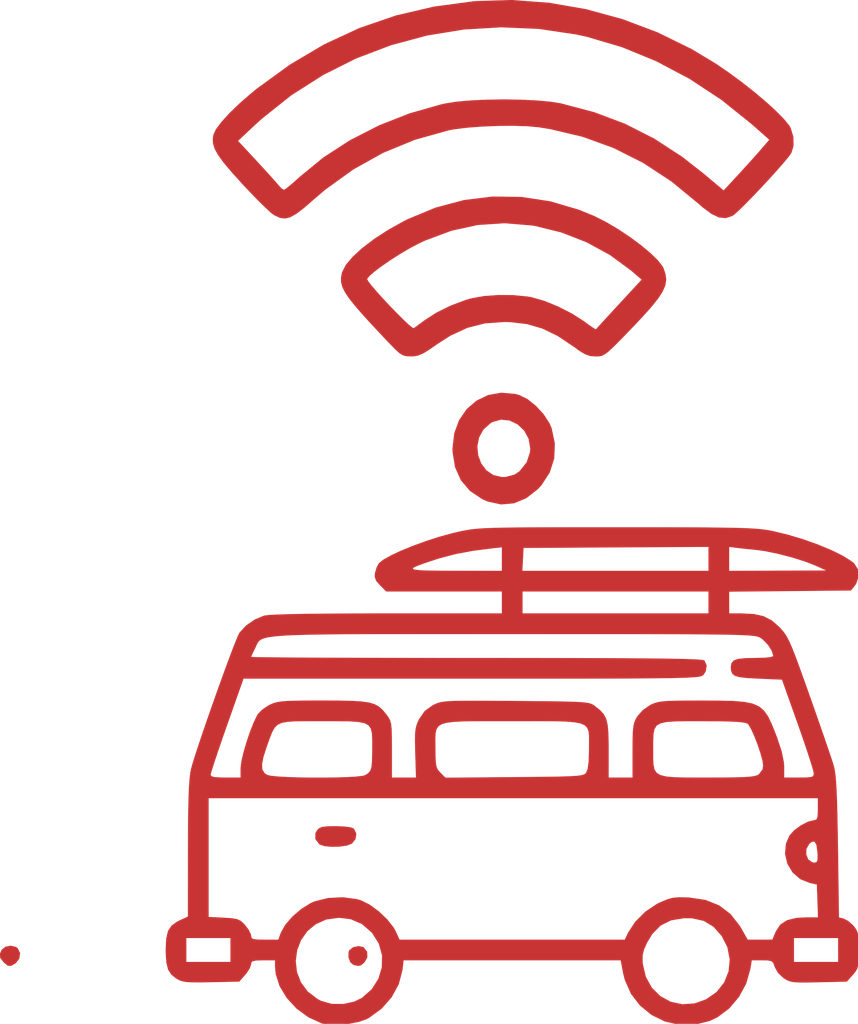
<source format=kicad_pcb>

(kicad_pcb (version 4) (host pcbnew 4.0.7)

	(general
		(links 0)
		(no_connects 0)
		(area 77.052499 41.877835 92.193313 53.630501)
		(thickness 1.6)
		(drawings 8)
		(tracks 0)
		(zones 0)
		(modules 1)
		(nets 1)
	)

	(page A4)
	(layers
		(0 F.Cu signal)
		(31 B.Cu signal)
		(32 B.Adhes user)
		(33 F.Adhes user)
		(34 B.Paste user)
		(35 F.Paste user)
		(36 B.SilkS user)
		(37 F.SilkS user)
		(38 B.Mask user)
		(39 F.Mask user)
		(40 Dwgs.User user)
		(41 Cmts.User user)
		(42 Eco1.User user)
		(43 Eco2.User user)
		(44 Edge.Cuts user)
		(45 Margin user)
		(46 B.CrtYd user)
		(47 F.CrtYd user)
		(48 B.Fab user)
		(49 F.Fab user)
	)

	(setup
		(last_trace_width 0.25)
		(trace_clearance 0.2)
		(zone_clearance 0.508)
		(zone_45_only no)
		(trace_min 0.2)
		(segment_width 0.2)
		(edge_width 0.15)
		(via_size 0.6)
		(via_drill 0.4)
		(via_min_size 0.4)
		(via_min_drill 0.3)
		(uvia_size 0.3)
		(uvia_drill 0.1)
		(uvias_allowed no)
		(uvia_min_size 0.2)
		(uvia_min_drill 0.1)
		(pcb_text_width 0.3)
		(pcb_text_size 1.5 1.5)
		(mod_edge_width 0.15)
		(mod_text_size 1 1)
		(mod_text_width 0.15)
		(pad_size 1.524 1.524)
		(pad_drill 0.762)
		(pad_to_mask_clearance 0.2)
		(aux_axis_origin 0 0)
		(visible_elements FFFFFF7F)
		(pcbplotparams
			(layerselection 0x010f0_80000001)
			(usegerberextensions false)
			(excludeedgelayer true)
			(linewidth 0.100000)
			(plotframeref false)
			(viasonmask false)
			(mode 1)
			(useauxorigin false)
			(hpglpennumber 1)
			(hpglpenspeed 20)
			(hpglpendiameter 15)
			(hpglpenoverlay 2)
			(psnegative false)
			(psa4output false)
			(plotreference true)
			(plotvalue true)
			(plotinvisibletext false)
			(padsonsilk false)
			(subtractmaskfromsilk false)
			(outputformat 1)
			(mirror false)
			(drillshape 1)
			(scaleselection 1)
			(outputdirectory gerbers/))
	)

	(net 0 "")

	(net_class Default "This is the default net class."
		(clearance 0.2)
		(trace_width 0.25)
		(via_dia 0.6)
		(via_drill 0.4)
		(uvia_dia 0.3)
		(uvia_drill 0.1)
	)
(module LOGO (layer F.Cu)
  (at 0 0)
 (fp_text reference "G***" (at 0 0) (layer F.SilkS) hide
  (effects (font (thickness 0.3)))
  )
  (fp_text value "LOGO" (at 0.75 0) (layer F.SilkS) hide
  (effects (font (thickness 0.3)))
  )
  (fp_poly (pts (xy 2.794635 1.037450) (xy 3.288807 1.038028) (xy 3.711716 1.039200) (xy 4.070066 1.041122) (xy 4.370556 1.043949) (xy 4.619891 1.047835) (xy 4.824771 1.052935) (xy 4.991899 1.059403)
     (xy 5.127976 1.067395) (xy 5.239705 1.077066) (xy 5.333787 1.088569) (xy 5.416925 1.102060) (xy 5.469881 1.112296) (xy 5.788147 1.187965) (xy 6.111923 1.284300) (xy 6.424765 1.394808)
     (xy 6.710225 1.512994) (xy 6.951859 1.632367) (xy 7.133219 1.746431) (xy 7.186083 1.789922) (xy 7.263287 1.913256) (xy 7.277291 2.063839) (xy 7.227151 2.211540) (xy 7.200456 2.249560)
     (xy 7.119578 2.349500) (xy 5.845789 2.361864) (xy 4.572000 2.374229) (xy 4.572000 2.836333) (xy 4.836583 2.836569) (xy 5.095192 2.849931) (xy 5.296105 2.895289) (xy 5.463022 2.981336)
     (xy 5.619644 3.116772) (xy 5.630333 3.127804) (xy 5.685710 3.188057) (xy 5.734760 3.250447) (xy 5.781769 3.324744) (xy 5.831023 3.420717) (xy 5.886810 3.548135) (xy 5.953417 3.716768)
     (xy 6.035129 3.936387) (xy 6.136235 4.216760) (xy 6.256385 4.554586) (xy 6.368487 4.872142) (xy 6.474355 5.174653) (xy 6.569802 5.449947) (xy 6.650637 5.685852) (xy 6.712670 5.870197)
     (xy 6.751713 5.990808) (xy 6.758563 6.013592) (xy 6.777729 6.096427) (xy 6.793751 6.206198) (xy 6.807082 6.351695) (xy 6.818175 6.541705) (xy 6.827484 6.785019) (xy 6.835462 7.090423)
     (xy 6.842564 7.466708) (xy 6.846383 7.715646) (xy 6.867580 9.187125) (xy 6.968748 9.212516) (xy 7.063025 9.261455) (xy 7.162326 9.348403) (xy 7.175624 9.363535) (xy 7.227034 9.432808)
     (xy 7.258506 9.506108) (xy 7.274821 9.606165) (xy 7.280759 9.755709) (xy 7.281333 9.866247) (xy 7.279556 10.049405) (xy 7.270550 10.170935) (xy 7.248802 10.253856) (xy 7.208798 10.321189)
     (xy 7.157911 10.381582) (xy 7.034490 10.519833) (xy 6.448828 10.533390) (xy 6.213309 10.538021) (xy 6.045705 10.537881) (xy 5.929313 10.531021) (xy 5.847427 10.515494) (xy 5.783344 10.489351)
     (xy 5.720359 10.450644) (xy 5.716364 10.447957) (xy 5.595910 10.334323) (xy 5.530323 10.212150) (xy 5.502242 10.132438) (xy 5.460632 10.091847) (xy 5.380256 10.077208) (xy 5.268097 10.075333)
     (xy 5.045108 10.075333) (xy 5.016443 10.255250) (xy 4.929903 10.561181) (xy 4.778322 10.842168) (xy 4.574099 11.082336) (xy 4.329632 11.265813) (xy 4.167016 11.342751) (xy 3.847709 11.420754)
     (xy 3.531860 11.421531) (xy 3.230736 11.351365) (xy 2.955609 11.216538) (xy 2.717745 11.023332) (xy 2.528415 10.778028) (xy 2.398887 10.486910) (xy 2.361957 10.336497) (xy 2.319415 10.107733)
     (xy 2.762917 10.107733) (xy 2.766652 10.151413) (xy 2.830305 10.424483) (xy 2.956756 10.652738) (xy 3.134147 10.829492) (xy 3.350620 10.948060) (xy 3.594317 11.001754) (xy 3.853380 10.983888)
     (xy 4.093235 10.899432) (xy 4.315146 10.745791) (xy 4.474749 10.545381) (xy 4.568440 10.312448) (xy 4.592610 10.061238) (xy 4.543653 9.805995) (xy 4.428308 9.575969) (xy 4.253762 9.376203)
     (xy 4.046824 9.251128) (xy 3.798237 9.196316) (xy 3.631907 9.194942) (xy 3.362150 9.239796) (xy 3.144905 9.347100) (xy 2.969463 9.523829) (xy 2.864755 9.694595) (xy 2.794620 9.846678)
     (xy 2.763644 9.970559) (xy 2.762917 10.107733) (xy 2.319415 10.107733) (xy 2.313389 10.075333) (xy -2.231874 10.075333) (xy -2.256552 10.283700) (xy -2.331770 10.574312) (xy -2.479918 10.847003)
     (xy -2.689280 11.085795) (xy -2.948141 11.274707) (xy -3.005667 11.305525) (xy -3.163968 11.361179) (xy -3.368780 11.400552) (xy -3.588134 11.420646) (xy -3.790063 11.418460) (xy -3.937000 11.392899)
     (xy -4.215083 11.266165) (xy -4.461646 11.085928) (xy -4.665196 10.866080) (xy -4.814236 10.620516) (xy -4.897274 10.363130) (xy -4.910667 10.215959) (xy -4.910667 10.096122) (xy -4.486604 10.096122)
     (xy -4.460842 10.324190) (xy -4.377267 10.541293) (xy -4.233192 10.735128) (xy -4.025930 10.893392) (xy -3.958167 10.928725) (xy -3.736700 10.992562) (xy -3.490212 10.996830) (xy -3.251438 10.943873)
     (xy -3.095630 10.867030) (xy -2.890870 10.686235) (xy -2.750958 10.466795) (xy -2.678152 10.223738) (xy -2.674714 9.972094) (xy -2.742903 9.726890) (xy -2.884978 9.503155) (xy -2.889724 9.497708)
     (xy -3.097169 9.317198) (xy -3.336649 9.214515) (xy -3.577583 9.186333) (xy -3.842269 9.221857) (xy -4.065265 9.320226) (xy -4.243884 9.469139) (xy -4.375438 9.656294) (xy -4.457240 9.869389)
     (xy -4.486604 10.096122) (xy -4.910667 10.096122) (xy -4.910667 10.075333) (xy -5.164667 10.075333) (xy -5.306601 10.078458) (xy -5.383296 10.092093) (xy -5.414080 10.122629) (xy -5.418667 10.159332)
     (xy -5.445703 10.241931) (xy -5.513343 10.347067) (xy -5.542089 10.381582) (xy -5.665510 10.519833) (xy -6.251172 10.532001) (xy -6.489946 10.535810) (xy -6.660732 10.534541) (xy -6.780143 10.526495)
     (xy -6.864791 10.509970) (xy -6.931287 10.483269) (xy -6.975472 10.457898) (xy -7.079028 10.375711) (xy -7.145719 10.271344) (xy -7.182315 10.126149) (xy -7.195586 9.921479) (xy -7.196043 9.850327)
     (xy -7.185431 9.628563) (xy -7.181034 9.609667) (xy -6.773334 9.609667) (xy -6.773334 10.117667) (xy -5.842000 10.117667) (xy -5.842000 9.609667) (xy -6.773334 9.609667) (xy -7.181034 9.609667)
     (xy -7.148835 9.471311) (xy -7.077510 9.360193) (xy -6.962715 9.276827) (xy -6.910917 9.250929) (xy -6.731000 9.167358) (xy -6.730265 7.769262) (xy -6.728971 7.338790) (xy -6.725383 6.984615)
     (xy -6.719197 6.698390) (xy -6.718808 6.688667) (xy -6.307667 6.688667) (xy -6.307667 9.177079) (xy -5.985761 9.193335) (xy -5.818118 9.204415) (xy -5.709755 9.222718) (xy -5.635298 9.257003)
     (xy -5.569375 9.316030) (xy -5.541261 9.346796) (xy -5.464666 9.451054) (xy -5.421898 9.545250) (xy -5.418667 9.568001) (xy -5.410280 9.612677) (xy -5.372910 9.638005) (xy -5.288243 9.649330)
     (xy -5.137964 9.651998) (xy -5.130838 9.652000) (xy -4.843009 9.652000) (xy -4.789021 9.502699) (xy -4.697087 9.338119) (xy -4.547984 9.166802) (xy -4.364504 9.009845) (xy -4.169442 8.888341)
     (xy -4.085218 8.851321) (xy -3.804921 8.781890) (xy -3.501204 8.765838) (xy -3.211202 8.803943) (xy -3.117539 8.830991) (xy -2.938701 8.919999) (xy -2.748808 9.059427) (xy -2.573508 9.226302)
     (xy -2.438448 9.397650) (xy -2.393083 9.479897) (xy -2.315475 9.652000) (xy 2.397318 9.652000) (xy 2.468174 9.503413) (xy 2.616024 9.275807) (xy 2.823777 9.068487) (xy 3.066725 8.904812)
     (xy 3.138628 8.869565) (xy 3.282698 8.809759) (xy 3.402830 8.776941) (xy 3.533269 8.765564) (xy 3.708258 8.770079) (xy 3.741771 8.771856) (xy 4.080561 8.822142) (xy 4.365085 8.935218)
     (xy 4.601984 9.115060) (xy 4.797899 9.365649) (xy 4.833396 9.425753) (xy 4.961082 9.652000) (xy 5.221624 9.651569) (xy 5.482166 9.651139) (xy 5.499586 9.609667) (xy 5.926666 9.609667)
     (xy 5.926666 10.117667) (xy 6.858000 10.117667) (xy 6.858000 9.609667) (xy 5.926666 9.609667) (xy 5.499586 9.609667) (xy 5.553546 9.481205) (xy 5.644797 9.339267) (xy 5.784313 9.246206)
     (xy 5.982438 9.197161) (xy 6.181019 9.186333) (xy 6.438090 9.186333) (xy 6.413500 8.491079) (xy 6.270532 8.461952) (xy 6.065668 8.381231) (xy 5.905339 8.242071) (xy 5.797059 8.061680)
     (xy 5.750649 7.866947) (xy 6.181939 7.866947) (xy 6.224554 7.971043) (xy 6.308251 8.034768) (xy 6.360678 8.043333) (xy 6.406419 8.032226) (xy 6.427241 7.985384) (xy 6.429224 7.882525)
     (xy 6.426295 7.824411) (xy 6.405210 7.669887) (xy 6.363619 7.596102) (xy 6.299740 7.601224) (xy 6.249080 7.642300) (xy 6.187687 7.748644) (xy 6.181939 7.866947) (xy 5.750649 7.866947)
     (xy 5.748342 7.857267) (xy 5.766704 7.646042) (xy 5.839761 7.475454) (xy 5.936993 7.366407) (xy 6.076930 7.263605) (xy 6.227914 7.186466) (xy 6.358283 7.154405) (xy 6.363365 7.154333)
     (xy 6.405335 7.139008) (xy 6.427140 7.080706) (xy 6.434443 6.960942) (xy 6.434666 6.921500) (xy 6.434666 6.688667) (xy -6.307667 6.688667) (xy -6.718808 6.688667) (xy -6.710110 6.471771)
     (xy -6.697821 6.296410) (xy -6.686739 6.203480) (xy -6.265334 6.203480) (xy -6.247345 6.236297) (xy -6.183502 6.255547) (xy -6.058993 6.264117) (xy -5.947834 6.265333) (xy -5.630334 6.265333)
     (xy -5.630334 6.058716) (xy -5.620978 5.980951) (xy -5.191414 5.980951) (xy -5.183771 6.096527) (xy -5.134711 6.174398) (xy -5.080000 6.210812) (xy -5.000933 6.229013) (xy -4.853360 6.243731)
     (xy -4.652953 6.254919) (xy -4.415383 6.262532) (xy -4.156323 6.266527) (xy -3.891444 6.266858) (xy -3.636416 6.263481) (xy -3.406912 6.256349) (xy -3.218604 6.245420) (xy -3.087162 6.230647)
     (xy -3.034634 6.216662) (xy -2.966983 6.175118) (xy -2.922506 6.124052) (xy -2.896351 6.046137) (xy -2.883666 5.924048) (xy -2.879597 5.740457) (xy -2.879315 5.662083) (xy -2.878978 5.482204)
     (xy -2.885113 5.343750) (xy -2.907493 5.241311) (xy -2.955887 5.169476) (xy -3.040064 5.122835) (xy -3.169796 5.095977) (xy -3.354853 5.083493) (xy -3.605004 5.079970) (xy -3.930019 5.080000)
     (xy -3.930439 5.080000) (xy -4.239138 5.079590) (xy -4.475128 5.081866) (xy -4.650326 5.092088) (xy -4.776652 5.115512) (xy -4.866022 5.157399) (xy -4.930357 5.223006) (xy -4.981573 5.317592)
     (xy -5.031589 5.446416) (xy -5.082653 5.588384) (xy -5.157691 5.815595) (xy -5.191414 5.980951) (xy -5.620978 5.980951) (xy -5.614045 5.923332) (xy -5.570511 5.735769) (xy -5.507727 5.520832)
     (xy -5.433690 5.303323) (xy -5.356395 5.108049) (xy -5.283840 4.959812) (xy -5.267488 4.933177) (xy -5.187528 4.851106) (xy -5.067562 4.768275) (xy -5.020795 4.743412) (xy -4.955120 4.714645)
     (xy -4.884581 4.693005) (xy -4.796477 4.677492) (xy -4.678107 4.667105) (xy -4.516772 4.660846) (xy -4.299770 4.657712) (xy -4.014402 4.656704) (xy -3.919449 4.656667) (xy -3.580667 4.657959)
     (xy -3.314922 4.663515) (xy -3.110604 4.675855) (xy -2.956103 4.697500) (xy -2.839808 4.730968) (xy -2.750107 4.778779) (xy -2.675390 4.843454) (xy -2.604046 4.927513) (xy -2.590528 4.945079)
     (xy -2.545086 5.008016) (xy -2.513667 5.068137) (xy -2.493686 5.142098) (xy -2.482557 5.246556) (xy -2.477697 5.398165) (xy -2.476522 5.613584) (xy -2.476500 5.679955) (xy -2.476500 6.265333)
     (xy -1.964655 6.265333) (xy -1.980151 5.746750) (xy -1.985483 5.523522) (xy -1.984878 5.444590) (xy -1.568402 5.444590) (xy -1.566874 5.577716) (xy -1.566334 5.653424) (xy -1.564650 5.844351)
     (xy -1.556779 5.971054) (xy -1.538493 6.053956) (xy -1.505564 6.113477) (xy -1.460822 6.163027) (xy -1.355309 6.268540) (xy 0.087796 6.256353) (xy 0.476080 6.252864) (xy 0.788411 6.249281)
     (xy 1.033502 6.245057) (xy 1.220065 6.239645) (xy 1.356813 6.232498) (xy 1.452457 6.223069) (xy 1.515712 6.210812) (xy 1.555288 6.195178) (xy 1.579899 6.175622) (xy 1.590950 6.161992)
     (xy 1.623547 6.079879) (xy 1.643100 5.935188) (xy 1.650784 5.718184) (xy 1.651000 5.664575) (xy 1.652628 5.514793) (xy 1.652270 5.392909) (xy 1.642059 5.296066) (xy 1.614129 5.221406)
     (xy 1.560616 5.166069) (xy 1.473653 5.127198) (xy 1.345374 5.101935) (xy 1.167914 5.087420) (xy 0.933407 5.080796) (xy 0.633988 5.079204) (xy 0.261790 5.079787) (xy 0.042333 5.080000)
     (xy -0.369802 5.079439) (xy -0.705164 5.079625) (xy -0.971620 5.083364) (xy -1.177039 5.093459) (xy -1.329290 5.112716) (xy -1.436240 5.143939) (xy -1.505758 5.189934) (xy -1.545713 5.253504)
     (xy -1.563971 5.337455) (xy -1.568402 5.444590) (xy -1.984878 5.444590) (xy -1.984266 5.364994) (xy -1.974180 5.251307) (xy -1.952909 5.162600) (xy -1.918136 5.079013) (xy -1.897407 5.037667)
     (xy -1.783246 4.873614) (xy -1.623731 4.758526) (xy -1.608667 4.750744) (xy -1.557240 4.725561) (xy -1.506620 4.705267) (xy -1.447661 4.689413) (xy -1.371212 4.677548) (xy -1.268126 4.669224)
     (xy -1.129254 4.663990) (xy -0.945448 4.661396) (xy -0.707559 4.660993) (xy -0.406438 4.662331) (xy -0.032938 4.664960) (xy 0.113374 4.666078) (xy 0.514622 4.669337) (xy 0.839970 4.672677)
     (xy 1.098186 4.676627) (xy 1.298034 4.681711) (xy 1.448283 4.688458) (xy 1.557698 4.697393) (xy 1.635045 4.709043) (xy 1.689091 4.723936) (xy 1.728602 4.742597) (xy 1.761759 4.765116)
     (xy 1.871102 4.852466) (xy 1.949142 4.936064) (xy 2.001109 5.032249) (xy 2.032231 5.157363) (xy 2.047737 5.327746) (xy 2.052856 5.559738) (xy 2.053166 5.675771) (xy 2.053166 6.265333)
     (xy 2.561166 6.265347) (xy 2.561166 5.704423) (xy 2.562223 5.501961) (xy 2.984309 5.501961) (xy 2.984500 5.680851) (xy 2.984325 5.853894) (xy 2.990011 5.988959) (xy 3.010871 6.090742)
     (xy 3.056219 6.163939) (xy 3.135367 6.213243) (xy 3.257630 6.243350) (xy 3.432322 6.258956) (xy 3.668755 6.264754) (xy 3.976243 6.265441) (xy 4.143937 6.265333) (xy 4.464060 6.264478)
     (xy 4.710280 6.261466) (xy 4.893348 6.255624) (xy 5.024013 6.246279) (xy 5.113027 6.232759) (xy 5.171139 6.214392) (xy 5.197580 6.199433) (xy 5.277447 6.095104) (xy 5.291666 6.011821)
     (xy 5.276135 5.905535) (xy 5.235226 5.754467) (xy 5.177459 5.581498) (xy 5.111360 5.409506) (xy 5.045451 5.261373) (xy 4.988255 5.159978) (xy 4.964262 5.132917) (xy 4.910008 5.113204)
     (xy 4.801311 5.098467) (xy 4.630911 5.088298) (xy 4.391547 5.082291) (xy 4.075959 5.080039) (xy 4.020136 5.080000) (xy 3.697857 5.079925) (xy 3.450367 5.083509) (xy 3.267816 5.096469)
     (xy 3.140350 5.124521) (xy 3.058119 5.173381) (xy 3.011269 5.248763) (xy 2.989950 5.356385) (xy 2.984309 5.501961) (xy 2.562223 5.501961) (xy 2.562383 5.471492) (xy 2.567626 5.305550)
     (xy 2.579280 5.188935) (xy 2.599733 5.103984) (xy 2.631372 5.033036) (xy 2.658013 4.987753) (xy 2.775651 4.853513) (xy 2.929899 4.747320) (xy 2.935962 4.744337) (xy 3.002479 4.715080)
     (xy 3.073189 4.693151) (xy 3.160959 4.677526) (xy 3.278660 4.667177) (xy 3.439159 4.661080) (xy 3.655326 4.658209) (xy 3.940030 4.657539) (xy 4.024448 4.657596) (xy 4.384506 4.659138)
     (xy 4.670953 4.666604) (xy 4.894842 4.685486) (xy 5.067227 4.721274) (xy 5.199163 4.779459) (xy 5.301703 4.865534) (xy 5.385902 4.984989) (xy 5.462813 5.143315) (xy 5.543491 5.346003)
     (xy 5.574313 5.427509) (xy 5.669457 5.714202) (xy 5.716224 5.943250) (xy 5.722227 6.043083) (xy 5.721952 6.265333) (xy 6.035976 6.265333) (xy 6.196545 6.263702) (xy 6.290199 6.255200)
     (xy 6.334674 6.234413) (xy 6.347710 6.195925) (xy 6.348019 6.170083) (xy 6.333645 6.104111) (xy 6.294418 5.971130) (xy 6.234417 5.783700) (xy 6.157721 5.554382) (xy 6.068408 5.295736)
     (xy 6.014663 5.143500) (xy 5.683287 4.212167) (xy 5.189471 4.191000) (xy 4.958362 4.178487) (xy 4.798842 4.160636) (xy 4.697831 4.132099) (xy 4.642253 4.087527) (xy 4.619027 4.021572)
     (xy 4.614981 3.956050) (xy 4.627113 3.874175) (xy 4.673605 3.819346) (xy 4.767423 3.786625) (xy 4.921535 3.771074) (xy 5.109633 3.767667) (xy 5.308536 3.763061) (xy 5.441820 3.749877)
     (xy 5.501065 3.729066) (xy 5.503333 3.723231) (xy 5.472258 3.615683) (xy 5.393723 3.491234) (xy 5.289768 3.381339) (xy 5.236694 3.342619) (xy 5.214494 3.330162) (xy 5.187924 3.319024)
     (xy 5.152379 3.309130) (xy 5.103252 3.300407) (xy 5.035936 3.292780) (xy 4.945825 3.286177) (xy 4.828311 3.280522) (xy 4.678790 3.275743) (xy 4.492653 3.271765) (xy 4.265295 3.268515)
     (xy 3.992109 3.265918) (xy 3.668489 3.263901) (xy 3.289827 3.262390) (xy 2.851517 3.261311) (xy 2.348953 3.260591) (xy 1.777528 3.260154) (xy 1.132636 3.259929) (xy 0.409670 3.259839)
     (xy 0.072723 3.259825) (xy -0.703568 3.259704) (xy -1.399668 3.259553) (xy -2.020055 3.259613) (xy -2.569203 3.260126) (xy -3.051590 3.261332) (xy -3.471691 3.263474) (xy -3.833983 3.266792)
     (xy -4.142940 3.271528) (xy -4.403040 3.277923) (xy -4.618759 3.286218) (xy -4.794573 3.296654) (xy -4.934957 3.309473) (xy -5.044388 3.324916) (xy -5.127343 3.343224) (xy -5.188296 3.364639)
     (xy -5.231724 3.389401) (xy -5.262104 3.417752) (xy -5.283911 3.449934) (xy -5.301621 3.486187) (xy -5.319711 3.526752) (xy -5.331506 3.551111) (xy -5.383885 3.658400) (xy -5.414968 3.730988)
     (xy -5.418667 3.744813) (xy -5.377229 3.747840) (xy -5.256497 3.750749) (xy -5.061842 3.753514) (xy -4.798638 3.756110) (xy -4.472256 3.758511) (xy -4.088068 3.760690) (xy -3.651446 3.762621)
     (xy -3.167764 3.764279) (xy -2.642393 3.765637) (xy -2.080705 3.766670) (xy -1.488073 3.767350) (xy -0.869868 3.767653) (xy -0.706967 3.767667) (xy 0.065718 3.767875) (xy 0.757356 3.768526)
     (xy 1.371567 3.769659) (xy 1.911970 3.771311) (xy 2.382184 3.773522) (xy 2.785829 3.776330) (xy 3.126523 3.779773) (xy 3.407886 3.783891) (xy 3.633538 3.788722) (xy 3.807096 3.794305)
     (xy 3.932182 3.800677) (xy 4.012413 3.807879) (xy 4.051409 3.815947) (xy 4.055533 3.818467) (xy 4.102616 3.919138) (xy 4.084285 4.038715) (xy 4.036272 4.113583) (xy 4.022704 4.125555)
     (xy 4.001785 4.136227) (xy 3.968852 4.145674) (xy 3.919243 4.153969) (xy 3.848296 4.161188) (xy 3.751349 4.167406) (xy 3.623740 4.172695) (xy 3.460806 4.177132) (xy 3.257885 4.180791)
     (xy 3.010316 4.183745) (xy 2.713436 4.186071) (xy 2.362583 4.187842) (xy 1.953095 4.189133) (xy 1.480310 4.190018) (xy 0.939565 4.190573) (xy 0.326200 4.190870) (xy -0.364450 4.190986)
     (xy -0.805112 4.191000) (xy -5.576434 4.191000) (xy -5.920884 5.166314) (xy -6.016646 5.439913) (xy -6.102172 5.688956) (xy -6.173571 5.901729) (xy -6.226952 6.066513) (xy -6.258423 6.171592)
     (xy -6.265334 6.203480) (xy -6.686739 6.203480) (xy -6.682025 6.163961) (xy -6.669532 6.096000) (xy -6.639971 5.986014) (xy -6.586809 5.813987) (xy -6.514278 5.591842) (xy -6.426608 5.331503)
     (xy -6.328031 5.044895) (xy -6.222778 4.743940) (xy -6.115079 4.440563) (xy -6.009165 4.146687) (xy -5.909268 3.874236) (xy -5.819619 3.635134) (xy -5.744447 3.441305) (xy -5.687985 3.304673)
     (xy -5.655842 3.239184) (xy -5.521034 3.091181) (xy -5.336940 2.963878) (xy -5.143500 2.883060) (xy -5.055282 2.871229) (xy -4.883510 2.861137) (xy -4.628012 2.852783) (xy -4.288612 2.846161)
     (xy -3.865138 2.841270) (xy -3.357414 2.838106) (xy -2.765267 2.836666) (xy -2.571750 2.836569) (xy -0.169334 2.836333) (xy -0.169334 2.370667) (xy 0.254000 2.370667) (xy 0.254000 2.836333)
     (xy 4.148666 2.836333) (xy 4.148666 2.370667) (xy 0.254000 2.370667) (xy -0.169334 2.370667) (xy -2.588847 2.370667) (xy -2.717543 2.241970) (xy -2.800407 2.145104) (xy -2.827911 2.061168)
     (xy -2.819868 1.981422) (xy -2.795437 1.900756) (xy -2.046204 1.900756) (xy -2.004318 1.921798) (xy -1.889433 1.934896) (xy -1.698478 1.941992) (xy -1.428383 1.945026) (xy -1.153584 1.945833)
     (xy -0.169334 1.947333) (xy 0.249774 1.947333) (xy 4.148666 1.947333) (xy 4.572000 1.947333) (xy 5.598583 1.943865) (xy 6.625166 1.940396) (xy 6.393289 1.834637) (xy 6.166899 1.745888)
     (xy 5.890163 1.658897) (xy 5.597038 1.582715) (xy 5.321478 1.526391) (xy 5.147924 1.502732) (xy 4.976886 1.485880) (xy 4.813437 1.468296) (xy 4.730750 1.458493) (xy 4.572000 1.438333)
     (xy 4.572000 1.947333) (xy 4.148666 1.947333) (xy 4.148666 1.438479) (xy 2.211916 1.449489) (xy 0.275166 1.460500) (xy 0.262470 1.703917) (xy 0.249774 1.947333) (xy -0.169334 1.947333)
     (xy -0.169334 1.447390) (xy -0.349250 1.465996) (xy -0.779483 1.520439) (xy -1.150563 1.590171) (xy -1.487357 1.680023) (xy -1.545167 1.698351) (xy -1.764572 1.770570) (xy -1.923261 1.827083)
     (xy -2.018161 1.869832) (xy -2.046204 1.900756) (xy -2.795437 1.900756) (xy -2.785523 1.868023) (xy -2.743492 1.789316) (xy -2.649966 1.713725) (xy -2.489353 1.623423) (xy -2.276667 1.524378)
     (xy -2.026924 1.422560) (xy -1.755136 1.323942) (xy -1.476320 1.234492) (xy -1.205488 1.160181) (xy -1.097857 1.134948) (xy -1.009913 1.115856) (xy -0.927220 1.099434) (xy -0.842927 1.085481)
     (xy -0.750179 1.073795) (xy -0.642125 1.064176) (xy -0.511909 1.056420) (xy -0.352681 1.050328) (xy -0.157586 1.045697) (xy 0.080229 1.042326) (xy 0.367616 1.040014) (xy 0.711429 1.038558)
     (xy 1.118521 1.037758) (xy 1.595744 1.037411) (xy 2.149953 1.037317) (xy 2.222500 1.037313) (xy 2.794635 1.037450) )(layer F.Cu) (width  0.010000)
  )
  (fp_poly (pts (xy -10.330994 9.804045) (xy -10.295467 9.829800) (xy -10.247966 9.929702) (xy -10.264418 10.043837) (xy -10.338753 10.136433) (xy -10.431945 10.191425) (xy -10.499022 10.187982) (xy -10.577776 10.123203)
     (xy -10.583334 10.117667) (xy -10.654427 10.025920) (xy -10.658274 9.938999) (xy -10.624178 9.860883) (xy -10.549464 9.799248) (xy -10.438537 9.779054) (xy -10.330994 9.804045) )(layer F.Cu) (width  0.010000)
  )
  (fp_poly (pts (xy 0.103484 -1.747733) (xy 0.185588 -1.726518) (xy 0.356489 -1.642969) (xy 0.533537 -1.502157) (xy 0.694582 -1.326619) (xy 0.817480 -1.138893) (xy 0.860370 -1.039850) (xy 0.929024 -0.719099)
     (xy 0.916277 -0.408471) (xy 0.824106 -0.116781) (xy 0.654491 0.147154) (xy 0.574620 0.233908) (xy 0.334922 0.421509) (xy 0.078158 0.527769) (xy -0.190274 0.551721) (xy -0.464976 0.492400)
     (xy -0.583362 0.441208) (xy -0.838199 0.270859) (xy -1.027308 0.048238) (xy -1.148588 -0.223075) (xy -1.199943 -0.539499) (xy -1.201648 -0.613833) (xy -1.196634 -0.657745) (xy -0.690779 -0.657745)
     (xy -0.674232 -0.471436) (xy -0.609767 -0.298610) (xy -0.501603 -0.154305) (xy -0.353962 -0.053559) (xy -0.171064 -0.011409) (xy -0.092615 -0.013944) (xy 0.087185 -0.061601) (xy 0.197158 -0.132680)
     (xy 0.348056 -0.322800) (xy 0.418172 -0.534526) (xy 0.423333 -0.613833) (xy 0.388516 -0.817974) (xy 0.294189 -0.990346) (xy 0.155541 -1.121237) (xy -0.012242 -1.200935) (xy -0.193972 -1.219726)
     (xy -0.374462 -1.167900) (xy -0.410695 -1.147192) (xy -0.563231 -1.010661) (xy -0.655185 -0.842500) (xy -0.690779 -0.657745) (xy -1.196634 -0.657745) (xy -1.165863 -0.927219) (xy -1.064606 -1.202369)
     (xy -0.907029 -1.431947) (xy -0.702281 -1.608611) (xy -0.459513 -1.725023) (xy -0.187874 -1.773844) (xy 0.103484 -1.747733) )(layer F.Cu) (width  0.010000)
  )
  (fp_poly (pts (xy 0.238311 -5.862881) (xy 0.839729 -5.771020) (xy 1.434020 -5.596058) (xy 1.764295 -5.460636) (xy 2.004255 -5.339453) (xy 2.254657 -5.191415) (xy 2.501826 -5.026833) (xy 2.732091 -4.856015)
     (xy 2.931779 -4.689270) (xy 3.087218 -4.536908) (xy 3.184735 -4.409238) (xy 3.200466 -4.377738) (xy 3.242153 -4.255668) (xy 3.256511 -4.140314) (xy 3.238537 -4.022513) (xy 3.183229 -3.893105)
     (xy 3.085584 -3.742926) (xy 2.940600 -3.562814) (xy 2.743272 -3.343608) (xy 2.491286 -3.078921) (xy 2.303581 -2.885521) (xy 2.163579 -2.744816) (xy 2.060323 -2.648446) (xy 1.982856 -2.588052)
     (xy 1.920222 -2.555276) (xy 1.861465 -2.541757) (xy 1.795627 -2.539138) (xy 1.783809 -2.539171) (xy 1.671128 -2.549041) (xy 1.566534 -2.585301) (xy 1.443559 -2.659617) (xy 1.339933 -2.734834)
     (xy 1.001928 -2.962473) (xy 0.678966 -3.120530) (xy 0.350602 -3.216292) (xy -0.003612 -3.257046) (xy -0.132499 -3.259667) (xy -0.531811 -3.229759) (xy -0.899548 -3.135757) (xy -1.254973 -2.971242)
     (xy -1.530544 -2.793791) (xy -1.700660 -2.675379) (xy -1.824640 -2.600277) (xy -1.922620 -2.559099) (xy -2.014734 -2.542462) (xy -2.074317 -2.540356) (xy -2.164784 -2.543700) (xy -2.237514 -2.561746)
     (xy -2.310466 -2.605924) (xy -2.401600 -2.687666) (xy -2.528875 -2.818401) (xy -2.555962 -2.846917) (xy -2.833638 -3.141558) (xy -3.056622 -3.384011) (xy -3.230022 -3.582029) (xy -3.358944 -3.743363)
     (xy -3.448494 -3.875765) (xy -3.503779 -3.986988) (xy -3.529906 -4.084782) (xy -3.531470 -4.154277) (xy -2.996050 -4.154277) (xy -2.974449 -4.109003) (xy -2.904548 -4.017876) (xy -2.798079 -3.893268)
     (xy -2.666778 -3.747554) (xy -2.522377 -3.593104) (xy -2.376611 -3.442294) (xy -2.241214 -3.307494) (xy -2.127920 -3.201079) (xy -2.048463 -3.135420) (xy -2.016122 -3.120996) (xy -1.957045 -3.161925)
     (xy -1.857618 -3.235032) (xy -1.787491 -3.287914) (xy -1.539790 -3.447571) (xy -1.242523 -3.593989) (xy -0.930734 -3.710795) (xy -0.806062 -3.746523) (xy -0.547078 -3.792389) (xy -0.242280 -3.814148)
     (xy 0.072807 -3.811194) (xy 0.362658 -3.782926) (xy 0.447348 -3.767811) (xy 0.712639 -3.691868) (xy 1.005566 -3.572724) (xy 1.292710 -3.425833) (xy 1.540650 -3.266652) (xy 1.556363 -3.254928)
     (xy 1.671718 -3.170664) (xy 1.756611 -3.113997) (xy 1.793012 -3.096944) (xy 1.793128 -3.097100) (xy 1.823316 -3.131419) (xy 1.901358 -3.217236) (xy 2.017546 -3.343956) (xy 2.162174 -3.500983)
     (xy 2.277670 -3.626000) (xy 2.753562 -4.140500) (xy 2.524050 -4.336579) (xy 2.086983 -4.657820) (xy 1.597052 -4.924781) (xy 1.072441 -5.129232) (xy 0.531333 -5.262945) (xy 0.446061 -5.276977)
     (xy -0.120376 -5.323059) (xy -0.678256 -5.285968) (xy -1.230390 -5.165248) (xy -1.779586 -4.960442) (xy -1.926167 -4.891437) (xy -2.109921 -4.793880) (xy -2.308097 -4.676644) (xy -2.505874 -4.549938)
     (xy -2.688431 -4.423976) (xy -2.840949 -4.308968) (xy -2.948607 -4.215125) (xy -2.996050 -4.154277) (xy -3.531470 -4.154277) (xy -3.531980 -4.176900) (xy -3.515107 -4.271095) (xy -3.509090 -4.293846)
     (xy -3.433728 -4.443336) (xy -3.289356 -4.614821) (xy -3.086081 -4.800144) (xy -2.834007 -4.991147) (xy -2.543240 -5.179671) (xy -2.223885 -5.357557) (xy -2.137834 -5.400854) (xy -1.558306 -5.640627)
     (xy -0.965747 -5.797607) (xy -0.365194 -5.871718) (xy 0.238311 -5.862881) )(layer F.Cu) (width  0.010000)
  )
  (fp_poly (pts (xy 0.810730 -9.919632) (xy 1.581970 -9.786073) (xy 2.342707 -9.578578) (xy 3.082502 -9.299859) (xy 3.790918 -8.952627) (xy 4.290038 -8.652355) (xy 4.565600 -8.464028) (xy 4.840587 -8.261380)
     (xy 5.104162 -8.053712) (xy 5.345489 -7.850321) (xy 5.553732 -7.660506) (xy 5.718054 -7.493567) (xy 5.827620 -7.358802) (xy 5.858456 -7.306447) (xy 5.914432 -7.121024) (xy 5.917601 -6.933676)
     (xy 5.872249 -6.787776) (xy 5.815679 -6.708380) (xy 5.713289 -6.584370) (xy 5.576674 -6.428133) (xy 5.417429 -6.252056) (xy 5.247152 -6.068525) (xy 5.077436 -5.889929) (xy 4.919879 -5.728655)
     (xy 4.786075 -5.597088) (xy 4.687619 -5.507618) (xy 4.643878 -5.475554) (xy 4.507076 -5.430583) (xy 4.366506 -5.442377) (xy 4.209832 -5.515304) (xy 4.024715 -5.653735) (xy 3.946367 -5.722589)
     (xy 3.373014 -6.193282) (xy 2.779509 -6.583038) (xy 2.160960 -6.894202) (xy 1.512474 -7.129116) (xy 0.829156 -7.290125) (xy 0.596207 -7.327294) (xy 0.360381 -7.348986) (xy 0.068350 -7.358112)
     (xy -0.254838 -7.355536) (xy -0.584138 -7.342120) (xy -0.894505 -7.318727) (xy -1.160892 -7.286220) (xy -1.291167 -7.262268) (xy -1.992029 -7.065711) (xy -2.656225 -6.792905) (xy -3.282261 -6.444616)
     (xy -3.868642 -6.021610) (xy -4.106334 -5.818630) (xy -4.311558 -5.640204) (xy -4.471553 -5.517855) (xy -4.599531 -5.446397) (xy -4.708702 -5.420642) (xy -4.812277 -5.435404) (xy -4.923469 -5.485497)
     (xy -4.936397 -5.492750) (xy -5.006623 -5.547302) (xy -5.121554 -5.653224) (xy -5.269344 -5.798877) (xy -5.438150 -5.972618) (xy -5.596887 -6.141897) (xy -5.817379 -6.385792) (xy -5.982535 -6.581677)
     (xy -6.098423 -6.739838) (xy -6.171111 -6.870558) (xy -6.206666 -6.984122) (xy -6.208965 -7.038780) (xy -5.693601 -7.038780) (xy -5.312717 -6.628898) (xy -5.162391 -6.465988) (xy -5.026424 -6.316559)
     (xy -4.918809 -6.196129) (xy -4.853539 -6.120217) (xy -4.849485 -6.115175) (xy -4.780573 -6.042278) (xy -4.729286 -6.011342) (xy -4.728787 -6.011333) (xy -4.683057 -6.038425) (xy -4.591474 -6.111248)
     (xy -4.469478 -6.217127) (xy -4.390334 -6.289183) (xy -3.900315 -6.690242) (xy -3.347231 -7.048222) (xy -2.744491 -7.356377) (xy -2.105504 -7.607964) (xy -1.443680 -7.796237) (xy -1.354667 -7.816143)
     (xy -1.121523 -7.853004) (xy -0.825729 -7.879281) (xy -0.488520 -7.894958) (xy -0.131136 -7.900021) (xy 0.225188 -7.894454) (xy 0.559214 -7.878242) (xy 0.849705 -7.851371) (xy 1.057319 -7.817856)
     (xy 1.753751 -7.634072) (xy 2.399578 -7.391195) (xy 3.008539 -7.082466) (xy 3.594373 -6.701128) (xy 4.045350 -6.347884) (xy 4.461594 -5.997914) (xy 4.771687 -6.332707) (xy 4.922199 -6.496651)
     (xy 5.071861 -6.662107) (xy 5.198438 -6.804394) (xy 5.251333 -6.865201) (xy 5.420887 -7.062902) (xy 5.045643 -7.394368) (xy 4.416673 -7.899159) (xy 3.749596 -8.338138) (xy 3.052978 -8.706936)
     (xy 2.335381 -9.001183) (xy 1.605371 -9.216509) (xy 1.375833 -9.266966) (xy 0.593834 -9.382429) (xy -0.190368 -9.415794) (xy -0.970202 -9.368922) (xy -1.739098 -9.243676) (xy -2.490488 -9.041917)
     (xy -3.217801 -8.765507) (xy -3.914467 -8.416308) (xy -4.573916 -7.996181) (xy -5.189578 -7.506987) (xy -5.349757 -7.361140) (xy -5.693601 -7.038780) (xy -6.208965 -7.038780) (xy -6.211155 -7.090814)
     (xy -6.199761 -7.163772) (xy -6.145848 -7.279247) (xy -6.030894 -7.433200) (xy -5.863718 -7.616278) (xy -5.653138 -7.819127) (xy -5.407975 -8.032393) (xy -5.291667 -8.126922) (xy -4.600357 -8.629022)
     (xy -3.888808 -9.049663) (xy -3.152838 -9.390519) (xy -2.388263 -9.653262) (xy -1.590901 -9.839564) (xy -0.756568 -9.951097) (xy -0.721510 -9.954099) (xy 0.039424 -9.976545) (xy 0.810730 -9.919632) )(layer F.Cu) (width  0.010000)
  )
  (fp_poly (pts (xy -3.068438 9.807691) (xy -3.064290 9.810367) (xy -2.994731 9.902108) (xy -2.990141 10.017088) (xy -3.045835 10.115501) (xy -3.115757 10.177721) (xy -3.176530 10.192686) (xy -3.270222 10.173157)
     (xy -3.337614 10.117650) (xy -3.375907 10.017283) (xy -3.374379 9.909847) (xy -3.356881 9.867698) (xy -3.278799 9.809363) (xy -3.167031 9.786300) (xy -3.068438 9.807691) )(layer F.Cu) (width  0.010000)
  )
  (fp_poly (pts (xy -3.462020 7.288078) (xy -3.329275 7.306794) (xy -3.268134 7.332133) (xy -3.220632 7.432035) (xy -3.237085 7.546170) (xy -3.311420 7.638766) (xy -3.412005 7.677398) (xy -3.559619 7.699389)
     (xy -3.723303 7.704144) (xy -3.872099 7.691067) (xy -3.975047 7.659563) (xy -3.986494 7.651750) (xy -4.068223 7.545215) (xy -4.067621 7.428526) (xy -4.037240 7.370860) (xy -3.994439 7.324738)
     (xy -3.932191 7.297668) (xy -3.829414 7.284817) (xy -3.665026 7.281350) (xy -3.646733 7.281333) (xy -3.462020 7.288078) )(layer F.Cu) (width  0.010000)
  )
)

)

</source>
